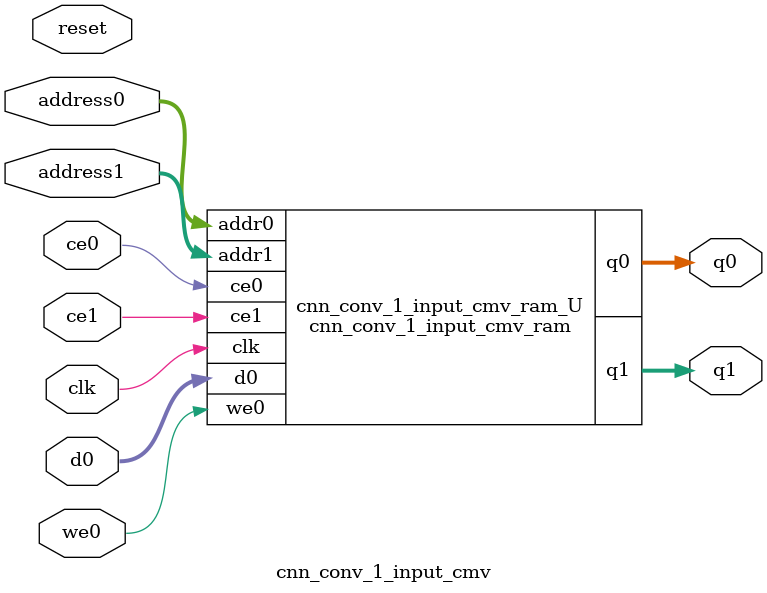
<source format=v>
`timescale 1 ns / 1 ps
module cnn_conv_1_input_cmv_ram (addr0, ce0, d0, we0, q0, addr1, ce1, q1,  clk);

parameter DWIDTH = 14;
parameter AWIDTH = 7;
parameter MEM_SIZE = 90;

input[AWIDTH-1:0] addr0;
input ce0;
input[DWIDTH-1:0] d0;
input we0;
output reg[DWIDTH-1:0] q0;
input[AWIDTH-1:0] addr1;
input ce1;
output reg[DWIDTH-1:0] q1;
input clk;

(* ram_style = "block" *)reg [DWIDTH-1:0] ram[0:MEM_SIZE-1];




always @(posedge clk)  
begin 
    if (ce0) 
    begin
        if (we0) 
        begin 
            ram[addr0] <= d0; 
        end 
        q0 <= ram[addr0];
    end
end


always @(posedge clk)  
begin 
    if (ce1) 
    begin
        q1 <= ram[addr1];
    end
end


endmodule

`timescale 1 ns / 1 ps
module cnn_conv_1_input_cmv(
    reset,
    clk,
    address0,
    ce0,
    we0,
    d0,
    q0,
    address1,
    ce1,
    q1);

parameter DataWidth = 32'd14;
parameter AddressRange = 32'd90;
parameter AddressWidth = 32'd7;
input reset;
input clk;
input[AddressWidth - 1:0] address0;
input ce0;
input we0;
input[DataWidth - 1:0] d0;
output[DataWidth - 1:0] q0;
input[AddressWidth - 1:0] address1;
input ce1;
output[DataWidth - 1:0] q1;



cnn_conv_1_input_cmv_ram cnn_conv_1_input_cmv_ram_U(
    .clk( clk ),
    .addr0( address0 ),
    .ce0( ce0 ),
    .we0( we0 ),
    .d0( d0 ),
    .q0( q0 ),
    .addr1( address1 ),
    .ce1( ce1 ),
    .q1( q1 ));

endmodule


</source>
